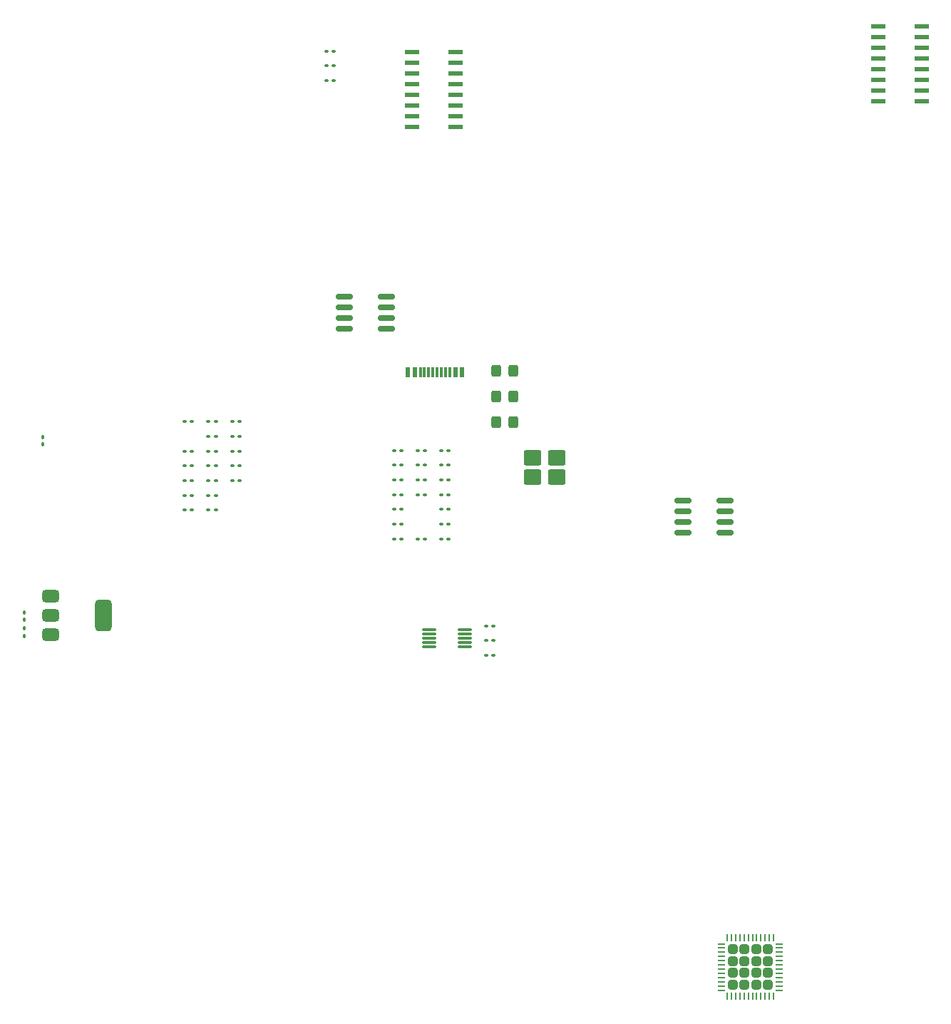
<source format=gbr>
%TF.GenerationSoftware,KiCad,Pcbnew,9.0.4*%
%TF.CreationDate,2025-09-29T16:45:49+02:00*%
%TF.ProjectId,gpsdo,67707364-6f2e-46b6-9963-61645f706362,rev?*%
%TF.SameCoordinates,Original*%
%TF.FileFunction,Paste,Top*%
%TF.FilePolarity,Positive*%
%FSLAX46Y46*%
G04 Gerber Fmt 4.6, Leading zero omitted, Abs format (unit mm)*
G04 Created by KiCad (PCBNEW 9.0.4) date 2025-09-29 16:45:49*
%MOMM*%
%LPD*%
G01*
G04 APERTURE LIST*
G04 Aperture macros list*
%AMRoundRect*
0 Rectangle with rounded corners*
0 $1 Rounding radius*
0 $2 $3 $4 $5 $6 $7 $8 $9 X,Y pos of 4 corners*
0 Add a 4 corners polygon primitive as box body*
4,1,4,$2,$3,$4,$5,$6,$7,$8,$9,$2,$3,0*
0 Add four circle primitives for the rounded corners*
1,1,$1+$1,$2,$3*
1,1,$1+$1,$4,$5*
1,1,$1+$1,$6,$7*
1,1,$1+$1,$8,$9*
0 Add four rect primitives between the rounded corners*
20,1,$1+$1,$2,$3,$4,$5,0*
20,1,$1+$1,$4,$5,$6,$7,0*
20,1,$1+$1,$6,$7,$8,$9,0*
20,1,$1+$1,$8,$9,$2,$3,0*%
G04 Aperture macros list end*
%ADD10RoundRect,0.250000X-0.800000X-0.650000X0.800000X-0.650000X0.800000X0.650000X-0.800000X0.650000X0*%
%ADD11RoundRect,0.375000X-0.625000X-0.375000X0.625000X-0.375000X0.625000X0.375000X-0.625000X0.375000X0*%
%ADD12RoundRect,0.500000X-0.500000X-1.400000X0.500000X-1.400000X0.500000X1.400000X-0.500000X1.400000X0*%
%ADD13RoundRect,0.250000X-0.315000X-0.315000X0.315000X-0.315000X0.315000X0.315000X-0.315000X0.315000X0*%
%ADD14RoundRect,0.062500X-0.375000X-0.062500X0.375000X-0.062500X0.375000X0.062500X-0.375000X0.062500X0*%
%ADD15RoundRect,0.062500X-0.062500X-0.375000X0.062500X-0.375000X0.062500X0.375000X-0.062500X0.375000X0*%
%ADD16RoundRect,0.150000X-0.825000X-0.150000X0.825000X-0.150000X0.825000X0.150000X-0.825000X0.150000X0*%
%ADD17RoundRect,0.087500X-0.725000X-0.087500X0.725000X-0.087500X0.725000X0.087500X-0.725000X0.087500X0*%
%ADD18RoundRect,0.090000X-0.139000X-0.090000X0.139000X-0.090000X0.139000X0.090000X-0.139000X0.090000X0*%
%ADD19R,0.600000X1.240000*%
%ADD20R,0.300000X1.240000*%
%ADD21RoundRect,0.250000X-0.325000X-0.450000X0.325000X-0.450000X0.325000X0.450000X-0.325000X0.450000X0*%
%ADD22RoundRect,0.090000X-0.090000X0.139000X-0.090000X-0.139000X0.090000X-0.139000X0.090000X0.139000X0*%
%ADD23RoundRect,0.090000X0.090000X-0.139000X0.090000X0.139000X-0.090000X0.139000X-0.090000X-0.139000X0*%
%ADD24R,1.701800X0.533400*%
G04 APERTURE END LIST*
D10*
%TO.C,X1*%
X78142500Y-123565000D03*
X81042500Y-123565000D03*
X81042500Y-121265000D03*
X78142500Y-121265000D03*
%TD*%
D11*
%TO.C,U7*%
X20850000Y-137700000D03*
X20850000Y-140000000D03*
D12*
X27150000Y-140000000D03*
D11*
X20850000Y-142300000D03*
%TD*%
D13*
%TO.C,U6*%
X101900000Y-179650000D03*
X101900000Y-181050000D03*
X101900000Y-182450000D03*
X101900000Y-183850000D03*
X103300000Y-179650000D03*
X103300000Y-181050000D03*
X103300000Y-182450000D03*
X103300000Y-183850000D03*
X104700000Y-179650000D03*
X104700000Y-181050000D03*
X104700000Y-182450000D03*
X104700000Y-183850000D03*
X106100000Y-179650000D03*
X106100000Y-181050000D03*
X106100000Y-182450000D03*
X106100000Y-183850000D03*
D14*
X100562500Y-179000000D03*
X100562500Y-179500000D03*
X100562500Y-180000000D03*
X100562500Y-180500000D03*
X100562500Y-181000000D03*
X100562500Y-181500000D03*
X100562500Y-182000000D03*
X100562500Y-182500000D03*
X100562500Y-183000000D03*
X100562500Y-183500000D03*
X100562500Y-184000000D03*
X100562500Y-184500000D03*
D15*
X101250000Y-185187500D03*
X101750000Y-185187500D03*
X102250000Y-185187500D03*
X102750000Y-185187500D03*
X103250000Y-185187500D03*
X103750000Y-185187500D03*
X104250000Y-185187500D03*
X104750000Y-185187500D03*
X105250000Y-185187500D03*
X105750000Y-185187500D03*
X106250000Y-185187500D03*
X106750000Y-185187500D03*
D14*
X107437500Y-184500000D03*
X107437500Y-184000000D03*
X107437500Y-183500000D03*
X107437500Y-183000000D03*
X107437500Y-182500000D03*
X107437500Y-182000000D03*
X107437500Y-181500000D03*
X107437500Y-181000000D03*
X107437500Y-180500000D03*
X107437500Y-180000000D03*
X107437500Y-179500000D03*
X107437500Y-179000000D03*
D15*
X106750000Y-178312500D03*
X106250000Y-178312500D03*
X105750000Y-178312500D03*
X105250000Y-178312500D03*
X104750000Y-178312500D03*
X104250000Y-178312500D03*
X103750000Y-178312500D03*
X103250000Y-178312500D03*
X102750000Y-178312500D03*
X102250000Y-178312500D03*
X101750000Y-178312500D03*
X101250000Y-178312500D03*
%TD*%
D16*
%TO.C,U5*%
X96025000Y-126345000D03*
X96025000Y-127615000D03*
X96025000Y-128885000D03*
X96025000Y-130155000D03*
X100975000Y-130155000D03*
X100975000Y-128885000D03*
X100975000Y-127615000D03*
X100975000Y-126345000D03*
%TD*%
D17*
%TO.C,U4*%
X65845000Y-141700000D03*
X65845000Y-142200000D03*
X65845000Y-142700000D03*
X65845000Y-143200000D03*
X65845000Y-143700000D03*
X70070000Y-143700000D03*
X70070000Y-143200000D03*
X70070000Y-142700000D03*
X70070000Y-142200000D03*
X70070000Y-141700000D03*
%TD*%
D16*
%TO.C,U3*%
X55800000Y-102190000D03*
X55800000Y-103460000D03*
X55800000Y-104730000D03*
X55800000Y-106000000D03*
X60750000Y-106000000D03*
X60750000Y-104730000D03*
X60750000Y-103460000D03*
X60750000Y-102190000D03*
%TD*%
D18*
%TO.C,R16*%
X67295000Y-130920000D03*
X68160000Y-130920000D03*
%TD*%
%TO.C,R15*%
X67295000Y-129170000D03*
X68160000Y-129170000D03*
%TD*%
%TO.C,R14*%
X67295000Y-127420000D03*
X68160000Y-127420000D03*
%TD*%
%TO.C,R13*%
X67295000Y-125670000D03*
X68160000Y-125670000D03*
%TD*%
%TO.C,R12*%
X67295000Y-123920000D03*
X68160000Y-123920000D03*
%TD*%
%TO.C,R11*%
X67295000Y-122170000D03*
X68160000Y-122170000D03*
%TD*%
%TO.C,R10*%
X67295000Y-120420000D03*
X68160000Y-120420000D03*
%TD*%
%TO.C,R9*%
X64485000Y-130920000D03*
X65350000Y-130920000D03*
%TD*%
%TO.C,R6*%
X72635000Y-144750000D03*
X73500000Y-144750000D03*
%TD*%
%TO.C,R5*%
X72635000Y-143000000D03*
X73500000Y-143000000D03*
%TD*%
D19*
%TO.C,J3*%
X63347500Y-111115000D03*
X64147500Y-111115000D03*
D20*
X65297500Y-111115000D03*
X66297500Y-111115000D03*
X66797500Y-111115000D03*
X67797500Y-111115000D03*
D19*
X68947500Y-111115000D03*
X69747500Y-111115000D03*
X69747500Y-111115000D03*
X68947500Y-111115000D03*
D20*
X68297500Y-111115000D03*
X67297500Y-111115000D03*
X65797500Y-111115000D03*
X64797500Y-111115000D03*
D19*
X64147500Y-111115000D03*
X63347500Y-111115000D03*
%TD*%
D21*
%TO.C,D3*%
X73787500Y-117065000D03*
X75837500Y-117065000D03*
%TD*%
%TO.C,D2*%
X73787500Y-114025000D03*
X75837500Y-114025000D03*
%TD*%
%TO.C,D1*%
X73787500Y-110985000D03*
X75837500Y-110985000D03*
%TD*%
D22*
%TO.C,C29*%
X17750000Y-139635000D03*
X17750000Y-140500000D03*
%TD*%
D23*
%TO.C,C28*%
X17750000Y-141567500D03*
X17750000Y-142432500D03*
%TD*%
D18*
%TO.C,C27*%
X64485000Y-125670000D03*
X65350000Y-125670000D03*
%TD*%
%TO.C,C26*%
X64485000Y-123920000D03*
X65350000Y-123920000D03*
%TD*%
%TO.C,C25*%
X64485000Y-122170000D03*
X65350000Y-122170000D03*
%TD*%
%TO.C,C24*%
X64485000Y-120420000D03*
X65350000Y-120420000D03*
%TD*%
%TO.C,C23*%
X61675000Y-130920000D03*
X62540000Y-130920000D03*
%TD*%
%TO.C,C22*%
X61675000Y-129170000D03*
X62540000Y-129170000D03*
%TD*%
%TO.C,C21*%
X61675000Y-127420000D03*
X62540000Y-127420000D03*
%TD*%
%TO.C,C20*%
X61675000Y-125670000D03*
X62540000Y-125670000D03*
%TD*%
%TO.C,C19*%
X61675000Y-123920000D03*
X62540000Y-123920000D03*
%TD*%
%TO.C,C18*%
X61675000Y-122170000D03*
X62540000Y-122170000D03*
%TD*%
%TO.C,C17*%
X61675000Y-120420000D03*
X62540000Y-120420000D03*
%TD*%
%TO.C,C15*%
X72635000Y-141250000D03*
X73500000Y-141250000D03*
%TD*%
%TO.C,R8*%
X42445000Y-124000000D03*
X43310000Y-124000000D03*
%TD*%
%TO.C,R7*%
X42445000Y-122250000D03*
X43310000Y-122250000D03*
%TD*%
%TO.C,R4*%
X42445000Y-120500000D03*
X43310000Y-120500000D03*
%TD*%
%TO.C,R3*%
X42445000Y-118750000D03*
X43310000Y-118750000D03*
%TD*%
%TO.C,R2*%
X42445000Y-117000000D03*
X43310000Y-117000000D03*
%TD*%
%TO.C,R1*%
X39635000Y-127500000D03*
X40500000Y-127500000D03*
%TD*%
%TO.C,L1*%
X39635000Y-125750000D03*
X40500000Y-125750000D03*
%TD*%
%TO.C,C16*%
X39635000Y-124000000D03*
X40500000Y-124000000D03*
%TD*%
%TO.C,C14*%
X39635000Y-122250000D03*
X40500000Y-122250000D03*
%TD*%
%TO.C,C13*%
X39635000Y-120500000D03*
X40500000Y-120500000D03*
%TD*%
%TO.C,C12*%
X39635000Y-118750000D03*
X40500000Y-118750000D03*
%TD*%
%TO.C,C11*%
X39635000Y-117000000D03*
X40500000Y-117000000D03*
%TD*%
%TO.C,C10*%
X36825000Y-127500000D03*
X37690000Y-127500000D03*
%TD*%
%TO.C,C9*%
X36825000Y-125750000D03*
X37690000Y-125750000D03*
%TD*%
%TO.C,C8*%
X36825000Y-124000000D03*
X37690000Y-124000000D03*
%TD*%
%TO.C,C7*%
X36825000Y-122250000D03*
X37690000Y-122250000D03*
%TD*%
%TO.C,C6*%
X36825000Y-120500000D03*
X37690000Y-120500000D03*
%TD*%
D23*
%TO.C,C5*%
X20000000Y-119682500D03*
X20000000Y-118817500D03*
%TD*%
D18*
%TO.C,C4*%
X36825000Y-117000000D03*
X37690000Y-117000000D03*
%TD*%
%TO.C,C3*%
X53635000Y-76500000D03*
X54500000Y-76500000D03*
%TD*%
D24*
%TO.C,U1*%
X63818400Y-73110000D03*
X63818400Y-74380000D03*
X63818400Y-75650000D03*
X63818400Y-76920000D03*
X63818400Y-78190000D03*
X63818400Y-79460000D03*
X63818400Y-80730000D03*
X63818400Y-82000000D03*
X69000000Y-82000000D03*
X69000000Y-80730000D03*
X69000000Y-79460000D03*
X69000000Y-78190000D03*
X69000000Y-76920000D03*
X69000000Y-75650000D03*
X69000000Y-74380000D03*
X69000000Y-73110000D03*
%TD*%
%TO.C,U2*%
X119159200Y-70055000D03*
X119159200Y-71325000D03*
X119159200Y-72595000D03*
X119159200Y-73865000D03*
X119159200Y-75135000D03*
X119159200Y-76405000D03*
X119159200Y-77675000D03*
X119159200Y-78945000D03*
X124340800Y-78945000D03*
X124340800Y-77675000D03*
X124340800Y-76405000D03*
X124340800Y-75135000D03*
X124340800Y-73865000D03*
X124340800Y-72595000D03*
X124340800Y-71325000D03*
X124340800Y-70055000D03*
%TD*%
D18*
%TO.C,C1*%
X53635000Y-73000000D03*
X54500000Y-73000000D03*
%TD*%
%TO.C,C2*%
X53635000Y-74750000D03*
X54500000Y-74750000D03*
%TD*%
M02*

</source>
